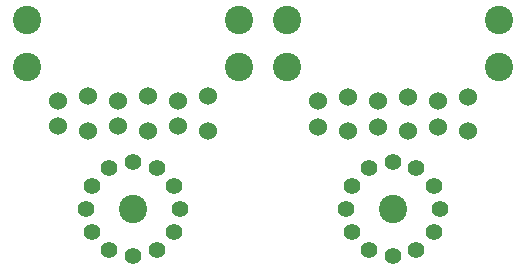
<source format=gbr>
G04 start of page 5 for group 3 idx 3 *
G04 Title: (unknown), signal3 *
G04 Creator: pcb 4.2.0 *
G04 CreationDate: Mon Jul 20 21:59:32 2020 UTC *
G04 For: commonadmin *
G04 Format: Gerber/RS-274X *
G04 PCB-Dimensions (mil): 24000.00 18000.00 *
G04 PCB-Coordinate-Origin: lower left *
%MOIN*%
%FSLAX25Y25*%
%LNGROUP3*%
%ADD35C,0.0787*%
%ADD34C,0.0380*%
%ADD33C,0.0394*%
%ADD32C,0.0945*%
%ADD31C,0.0600*%
%ADD30C,0.0551*%
G54D30*X618110Y233858D03*
G54D31*X615236Y246272D03*
G54D30*X624016Y227953D03*
G54D31*X635236Y257772D03*
Y246272D03*
X625236Y247772D03*
Y256272D03*
X615236Y257772D03*
X605236Y256272D03*
Y247772D03*
G54D32*X645669Y267520D03*
G54D30*X610236Y236024D03*
X594488Y220276D03*
X602362Y233858D03*
X596457Y227953D03*
G54D32*X610236Y220276D03*
G54D30*Y204528D03*
X625984Y220276D03*
X618110Y206693D03*
X624016Y212598D03*
X602362Y206693D03*
X596457Y212598D03*
G54D31*X595236Y246272D03*
G54D32*X645669Y283268D03*
X574803D03*
X559055D03*
X488189D03*
G54D31*X595236Y257772D03*
X585236Y256272D03*
Y247772D03*
G54D32*X574803Y267520D03*
X559055D03*
G54D31*X548599Y257788D03*
X528599D03*
X518599Y256288D03*
X508599Y257788D03*
X498599Y256288D03*
G54D32*X488189Y267520D03*
G54D31*X548599Y246288D03*
X528599D03*
X518599Y247788D03*
X508599Y246288D03*
X498599Y247788D03*
X538599D03*
Y256288D03*
G54D32*X523622Y220276D03*
G54D30*X507874D03*
X509843Y227953D03*
Y212598D03*
X523622Y204528D03*
Y236024D03*
X515748Y233858D03*
Y206693D03*
X539370Y220276D03*
X531496Y206693D03*
Y233858D03*
X537402Y212598D03*
Y227953D03*
G54D33*G54D34*G54D33*G54D34*G54D35*G54D33*G54D35*G54D33*G54D34*G54D35*G54D34*G54D35*G54D34*G54D35*G54D34*G54D35*G54D33*M02*

</source>
